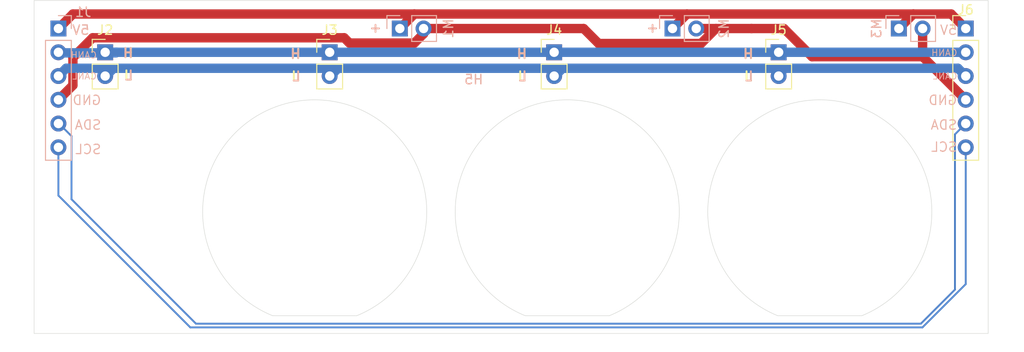
<source format=kicad_pcb>
(kicad_pcb (version 20241229) (generator "pcbnew") (generator_version "9.0")
  (layers (0 "F.Cu" signal) (2 "B.Cu" signal) (13 "F.Paste" user) (15 "B.Paste" user) (5 "F.SilkS" user "F.Silkscreen") (7 "B.SilkS" user "B.Silkscreen") (1 "F.Mask" user) (3 "B.Mask" user) (25 "Edge.Cuts" user))
  (net 0 "")
  (net 1 "CANH")
  (net 2 "CANL")
  (net 3 "SCL")
  (net 4 "SDA")
  (net 5 "GND")
  (net 6 "+5V")
  (footprint "Connector_PinHeader_2.54mm:PinHeader_1x02_P2.54mm_Vertical" (layer "F.Cu") (at 43.6 51.54)
    (property "Reference" "J2" (at 0 -2.38 0) (layer "F.SilkS"))
    (property "Value" "Conn_01x02_Pin")
    (fp_line (start -1.38 -1.38) (end 0 -1.38) (stroke (width 0.12)) (layer "F.SilkS"))
    (fp_line (start -1.38 0) (end -1.38 -1.38) (stroke (width 0.12)) (layer "F.SilkS"))
    (fp_line (start -1.38 1.27) (end -1.38 3.92) (stroke (width 0.12)) (layer "F.SilkS"))
    (fp_line (start -1.38 1.27) (end 1.38 1.27) (stroke (width 0.12)) (layer "F.SilkS"))
    (fp_line (start -1.38 3.92) (end 1.38 3.92) (stroke (width 0.12)) (layer "F.SilkS"))
    (fp_line (start 1.38 1.27) (end 1.38 3.92) (stroke (width 0.12)) (layer "F.SilkS"))
    (pad "1" thru_hole rect (at 0 0) (size 1.7 1.7) (drill 1) (layers "*.Cu" "*.Mask") (net 1 "CANH"))
    (pad "2" thru_hole circle (at 0 2.54) (size 1.7 1.7) (drill 1) (layers "*.Cu" "*.Mask") (net 2 "CANL"))
  )
  (footprint "Connector_PinHeader_2.54mm:PinHeader_1x06_P2.54mm_Vertical" (layer "F.Cu") (at 135.6 49)
    (property "Reference" "J6" (at 0 -2 0) (layer "F.SilkS"))
    (property "Value" "Conn_01x06_Pin")
    (fp_line (start -1.38 -1.38) (end 0 -1.38) (stroke (width 0.12)) (layer "F.SilkS"))
    (fp_line (start -1.38 0) (end -1.38 -1.38) (stroke (width 0.12)) (layer "F.SilkS"))
    (fp_line (start -1.38 1.27) (end -1.38 14.08) (stroke (width 0.12)) (layer "F.SilkS"))
    (fp_line (start -1.38 1.27) (end 1.38 1.27) (stroke (width 0.12)) (layer "F.SilkS"))
    (fp_line (start -1.38 14.08) (end 1.38 14.08) (stroke (width 0.12)) (layer "F.SilkS"))
    (fp_line (start 1.38 1.27) (end 1.38 14.08) (stroke (width 0.12)) (layer "F.SilkS"))
    (pad "1" thru_hole rect (at 0 0) (size 1.7 1.7) (drill 1) (layers "*.Cu" "*.Mask") (net 6 "+5V"))
    (pad "2" thru_hole circle (at 0 2.54) (size 1.7 1.7) (drill 1) (layers "*.Cu" "*.Mask") (net 1 "CANH"))
    (pad "3" thru_hole circle (at 0 5.08) (size 1.7 1.7) (drill 1) (layers "*.Cu" "*.Mask") (net 2 "CANL"))
    (pad "4" thru_hole circle (at 0 7.62) (size 1.7 1.7) (drill 1) (layers "*.Cu" "*.Mask") (net 5 "GND"))
    (pad "5" thru_hole circle (at 0 10.16) (size 1.7 1.7) (drill 1) (layers "*.Cu" "*.Mask") (net 4 "SDA"))
    (pad "6" thru_hole circle (at 0 12.7) (size 1.7 1.7) (drill 1) (layers "*.Cu" "*.Mask") (net 3 "SCL"))
  )
  (footprint "Connector_PinHeader_2.54mm:PinHeader_1x02_P2.54mm_Vertical" (layer "F.Cu") (at 67.6 51.54)
    (property "Reference" "J3" (at 0 -2.38 0) (layer "F.SilkS"))
    (property "Value" "Conn_01x02_Pin")
    (fp_line (start -1.38 -1.38) (end 0 -1.38) (stroke (width 0.12)) (layer "F.SilkS"))
    (fp_line (start -1.38 0) (end -1.38 -1.38) (stroke (width 0.12)) (layer "F.SilkS"))
    (fp_line (start -1.38 1.27) (end -1.38 3.92) (stroke (width 0.12)) (layer "F.SilkS"))
    (fp_line (start -1.38 1.27) (end 1.38 1.27) (stroke (width 0.12)) (layer "F.SilkS"))
    (fp_line (start -1.38 3.92) (end 1.38 3.92) (stroke (width 0.12)) (layer "F.SilkS"))
    (fp_line (start 1.38 1.27) (end 1.38 3.92) (stroke (width 0.12)) (layer "F.SilkS"))
    (pad "1" thru_hole rect (at 0 0) (size 1.7 1.7) (drill 1) (layers "*.Cu" "*.Mask") (net 1 "CANH"))
    (pad "2" thru_hole circle (at 0 2.54) (size 1.7 1.7) (drill 1) (layers "*.Cu" "*.Mask") (net 2 "CANL"))
  )
  (footprint "Connector_PinHeader_2.54mm:PinHeader_1x02_P2.54mm_Vertical" (layer "F.Cu") (at 115.6 51.54)
    (property "Reference" "J5" (at 0 -2.38 0) (layer "F.SilkS"))
    (property "Value" "Conn_01x02_Pin")
    (fp_line (start -1.38 -1.38) (end 0 -1.38) (stroke (width 0.12)) (layer "F.SilkS"))
    (fp_line (start -1.38 0) (end -1.38 -1.38) (stroke (width 0.12)) (layer "F.SilkS"))
    (fp_line (start -1.38 1.27) (end -1.38 3.92) (stroke (width 0.12)) (layer "F.SilkS"))
    (fp_line (start -1.38 1.27) (end 1.38 1.27) (stroke (width 0.12)) (layer "F.SilkS"))
    (fp_line (start -1.38 3.92) (end 1.38 3.92) (stroke (width 0.12)) (layer "F.SilkS"))
    (fp_line (start 1.38 1.27) (end 1.38 3.92) (stroke (width 0.12)) (layer "F.SilkS"))
    (pad "1" thru_hole rect (at 0 0) (size 1.7 1.7) (drill 1) (layers "*.Cu" "*.Mask") (net 1 "CANH"))
    (pad "2" thru_hole circle (at 0 2.54) (size 1.7 1.7) (drill 1) (layers "*.Cu" "*.Mask") (net 2 "CANL"))
  )
  (footprint "Connector_PinHeader_2.54mm:PinHeader_1x02_P2.54mm_Vertical" (layer "F.Cu") (at 91.6 51.54)
    (property "Reference" "J4" (at 0 -2.38 0) (layer "F.SilkS"))
    (property "Value" "Conn_01x02_Pin")
    (fp_line (start -1.38 -1.38) (end 0 -1.38) (stroke (width 0.12)) (layer "F.SilkS"))
    (fp_line (start -1.38 0) (end -1.38 -1.38) (stroke (width 0.12)) (layer "F.SilkS"))
    (fp_line (start -1.38 1.27) (end -1.38 3.92) (stroke (width 0.12)) (layer "F.SilkS"))
    (fp_line (start -1.38 1.27) (end 1.38 1.27) (stroke (width 0.12)) (layer "F.SilkS"))
    (fp_line (start -1.38 3.92) (end 1.38 3.92) (stroke (width 0.12)) (layer "F.SilkS"))
    (fp_line (start 1.38 1.27) (end 1.38 3.92) (stroke (width 0.12)) (layer "F.SilkS"))
    (pad "1" thru_hole rect (at 0 0) (size 1.7 1.7) (drill 1) (layers "*.Cu" "*.Mask") (net 1 "CANH"))
    (pad "2" thru_hole circle (at 0 2.54) (size 1.7 1.7) (drill 1) (layers "*.Cu" "*.Mask") (net 2 "CANL"))
  )
  (footprint "MountingHole:MountingHole_3.2mm_M3" (layer "B.Cu") (at 76 58.6 180)
    (property "Reference" "H3" (hide yes))
    (property "Value" "MountingHole")
    (pad "" np_thru_hole circle (at 0 0 180) (size 3.2 3.2) (drill 3.2) (layers "*.Cu" "*.Mask"))
  )
  (footprint "Connector_PinHeader_2.54mm:PinHeader_1x02_P2.54mm_Vertical" (layer "B.Cu") (at 75.1 49 -90)
    (property "Reference" "M1" (at 0 -5.2 90) (layer "B.SilkS") (effects (justify mirror)))
    (property "Value" "Fan")
    (fp_line (start -1.38 1.38) (end 0 1.38) (stroke (width 0.12)) (layer "B.SilkS"))
    (fp_line (start -1.38 0) (end -1.38 1.38) (stroke (width 0.12)) (layer "B.SilkS"))
    (fp_line (start -1.38 -1.27) (end 1.38 -1.27) (stroke (width 0.12)) (layer "B.SilkS"))
    (fp_line (start -1.38 -1.27) (end -1.38 -3.92) (stroke (width 0.12)) (layer "B.SilkS"))
    (fp_line (start 1.38 -1.27) (end 1.38 -3.92) (stroke (width 0.12)) (layer "B.SilkS"))
    (fp_line (start -1.38 -3.92) (end 1.38 -3.92) (stroke (width 0.12)) (layer "B.SilkS"))
    (pad "1" thru_hole rect (at 0 0 270) (size 1.7 1.7) (drill 1) (layers "*.Cu" "*.Mask") (net 6 "+5V"))
    (pad "2" thru_hole circle (at 0 -2.54 270) (size 1.7 1.7) (drill 1) (layers "*.Cu" "*.Mask") (net 5 "GND"))
  )
  (footprint "MountingHole:MountingHole_3.2mm_M3" (layer "B.Cu") (at 76 78.6 180)
    (property "Reference" "H4" (hide yes))
    (property "Value" "MountingHole")
    (pad "" np_thru_hole circle (at 0 0 180) (size 3.2 3.2) (drill 3.2) (layers "*.Cu" "*.Mask"))
  )
  (footprint "MountingHole:MountingHole_3.2mm_M3" (layer "B.Cu") (at 83 78.6 180)
    (property "Reference" "H6" (hide yes))
    (property "Value" "MountingHole")
    (pad "" np_thru_hole circle (at 0 0 180) (size 3.2 3.2) (drill 3.2) (layers "*.Cu" "*.Mask"))
  )
  (footprint "Connector_PinHeader_2.54mm:PinHeader_1x02_P2.54mm_Vertical" (layer "B.Cu") (at 128.45 49 -90)
    (property "Reference" "M3" (at 0 2.38 90) (layer "B.SilkS") (effects (justify mirror)))
    (property "Value" "Fan")
    (fp_line (start -1.38 1.38) (end 0 1.38) (stroke (width 0.12)) (layer "B.SilkS"))
    (fp_line (start -1.38 0) (end -1.38 1.38) (stroke (width 0.12)) (layer "B.SilkS"))
    (fp_line (start -1.38 -1.27) (end 1.38 -1.27) (stroke (width 0.12)) (layer "B.SilkS"))
    (fp_line (start -1.38 -1.27) (end -1.38 -3.92) (stroke (width 0.12)) (layer "B.SilkS"))
    (fp_line (start 1.38 -1.27) (end 1.38 -3.92) (stroke (width 0.12)) (layer "B.SilkS"))
    (fp_line (start -1.38 -3.92) (end 1.38 -3.92) (stroke (width 0.12)) (layer "B.SilkS"))
    (pad "1" thru_hole rect (at 0 0 270) (size 1.7 1.7) (drill 1) (layers "*.Cu" "*.Mask") (net 6 "+5V"))
    (pad "2" thru_hole circle (at 0 -2.54 270) (size 1.7 1.7) (drill 1) (layers "*.Cu" "*.Mask") (net 5 "GND"))
  )
  (footprint "MountingHole:MountingHole_3.2mm_M3" (layer "B.Cu") (at 130 78.6 180)
    (property "Reference" "H12" (hide yes))
    (property "Value" "MountingHole")
    (pad "" np_thru_hole circle (at 0 0 180) (size 3.2 3.2) (drill 3.2) (layers "*.Cu" "*.Mask"))
  )
  (footprint "MountingHole:MountingHole_3.2mm_M3" (layer "B.Cu") (at 103 78.6 180)
    (property "Reference" "H8" (hide yes))
    (property "Value" "MountingHole")
    (pad "" np_thru_hole circle (at 0 0 180) (size 3.2 3.2) (drill 3.2) (layers "*.Cu" "*.Mask"))
  )
  (footprint "MountingHole:MountingHole_3.2mm_M3" (layer "B.Cu") (at 56 78.6 180)
    (property "Reference" "H2" (hide yes))
    (property "Value" "MountingHole")
    (pad "" np_thru_hole circle (at 0 0 180) (size 3.2 3.2) (drill 3.2) (layers "*.Cu" "*.Mask"))
  )
  (footprint "MountingHole:MountingHole_3.2mm_M3" (layer "B.Cu") (at 110 78.6 180)
    (property "Reference" "H10" (hide yes))
    (property "Value" "MountingHole")
    (pad "" np_thru_hole circle (at 0 0 180) (size 3.2 3.2) (drill 3.2) (layers "*.Cu" "*.Mask"))
  )
  (footprint "MountingHole:MountingHole_3.2mm_M3" (layer "B.Cu") (at 110 58.6 180)
    (property "Reference" "H9" (hide yes))
    (property "Value" "MountingHole")
    (pad "" np_thru_hole circle (at 0 0 180) (size 3.2 3.2) (drill 3.2) (layers "*.Cu" "*.Mask"))
  )
  (footprint "MountingHole:MountingHole_3.2mm_M3" (layer "B.Cu") (at 103 58.6 180)
    (property "Reference" "H7" (hide yes))
    (property "Value" "MountingHole")
    (pad "" np_thru_hole circle (at 0 0 180) (size 3.2 3.2) (drill 3.2) (layers "*.Cu" "*.Mask"))
  )
  (footprint "MountingHole:MountingHole_3.2mm_M3" (layer "B.Cu") (at 83 58.6 180)
    (property "Reference" "H5" (at 0 4.15 0) (layer "B.SilkS") (effects (justify mirror)))
    (property "Value" "MountingHole")
    (pad "" np_thru_hole circle (at 0 0 180) (size 3.2 3.2) (drill 3.2) (layers "*.Cu" "*.Mask"))
  )
  (footprint "Connector_PinHeader_2.54mm:PinHeader_1x02_P2.54mm_Vertical" (layer "B.Cu") (at 104.25 49 -90)
    (property "Reference" "M2" (at 0 -5.5 90) (layer "B.SilkS") (effects (justify mirror)))
    (property "Value" "Fan")
    (fp_line (start -1.38 1.38) (end 0 1.38) (stroke (width 0.12)) (layer "B.SilkS"))
    (fp_line (start -1.38 0) (end -1.38 1.38) (stroke (width 0.12)) (layer "B.SilkS"))
    (fp_line (start -1.38 -1.27) (end 1.38 -1.27) (stroke (width 0.12)) (layer "B.SilkS"))
    (fp_line (start -1.38 -1.27) (end -1.38 -3.92) (stroke (width 0.12)) (layer "B.SilkS"))
    (fp_line (start 1.38 -1.27) (end 1.38 -3.92) (stroke (width 0.12)) (layer "B.SilkS"))
    (fp_line (start -1.38 -3.92) (end 1.38 -3.92) (stroke (width 0.12)) (layer "B.SilkS"))
    (pad "1" thru_hole rect (at 0 0 270) (size 1.7 1.7) (drill 1) (layers "*.Cu" "*.Mask") (net 6 "+5V"))
    (pad "2" thru_hole circle (at 0 -2.54 270) (size 1.7 1.7) (drill 1) (layers "*.Cu" "*.Mask") (net 5 "GND"))
  )
  (footprint "MountingHole:MountingHole_3.2mm_M3" (layer "B.Cu") (at 130 58.6 180)
    (property "Reference" "H11" (hide yes))
    (property "Value" "MountingHole")
    (pad "" np_thru_hole circle (at 0 0 180) (size 3.2 3.2) (drill 3.2) (layers "*.Cu" "*.Mask"))
  )
  (footprint "MountingHole:MountingHole_3.2mm_M3" (layer "B.Cu") (at 56 58.6 180)
    (property "Reference" "H1" (hide yes))
    (property "Value" "MountingHole")
    (pad "" np_thru_hole circle (at 0 0 180) (size 3.2 3.2) (drill 3.2) (layers "*.Cu" "*.Mask"))
  )
  (footprint "Connector_PinHeader_2.54mm:PinHeader_1x06_P2.54mm_Vertical" (layer "B.Cu") (at 38.6 49 180)
    (property "Reference" "J1" (at -2.65 1.75 0) (layer "B.SilkS") (effects (justify mirror)))
    (property "Value" "Conn_01x06_Pin")
    (fp_line (start 1.38 -1.27) (end 1.38 -14.08) (stroke (width 0.12)) (layer "B.SilkS"))
    (fp_line (start -1.38 1.38) (end 0 1.38) (stroke (width 0.12)) (layer "B.SilkS"))
    (fp_line (start -1.38 0) (end -1.38 1.38) (stroke (width 0.12)) (layer "B.SilkS"))
    (fp_line (start -1.38 -1.27) (end 1.38 -1.27) (stroke (width 0.12)) (layer "B.SilkS"))
    (fp_line (start -1.38 -1.27) (end -1.38 -14.08) (stroke (width 0.12)) (layer "B.SilkS"))
    (fp_line (start -1.38 -14.08) (end 1.38 -14.08) (stroke (width 0.12)) (layer "B.SilkS"))
    (pad "1" thru_hole rect (at 0 0 180) (size 1.7 1.7) (drill 1) (layers "*.Cu" "*.Mask") (net 6 "+5V"))
    (pad "2" thru_hole circle (at 0 -2.54 180) (size 1.7 1.7) (drill 1) (layers "*.Cu" "*.Mask") (net 1 "CANH"))
    (pad "3" thru_hole circle (at 0 -5.08 180) (size 1.7 1.7) (drill 1) (layers "*.Cu" "*.Mask") (net 2 "CANL"))
    (pad "4" thru_hole circle (at 0 -7.62 180) (size 1.7 1.7) (drill 1) (layers "*.Cu" "*.Mask") (net 5 "GND"))
    (pad "5" thru_hole circle (at 0 -10.16 180) (size 1.7 1.7) (drill 1) (layers "*.Cu" "*.Mask") (net 4 "SDA"))
    (pad "6" thru_hole circle (at 0 -12.7 180) (size 1.7 1.7) (drill 1) (layers "*.Cu" "*.Mask") (net 3 "SCL"))
  )
  (gr_arc (start 88.5 79.7) (mid 92.999999 56.622521) (end 97.500002 79.699999) (stroke (width 0.05)) (layer "Edge.Cuts"))
  (gr_line (start 124.5 79.699999) (end 115.5 79.699999) (stroke (width 0.05)) (layer "Edge.Cuts"))
  (gr_arc (start 115.5 79.7) (mid 119.999999 56.622521) (end 124.500002 79.699999) (stroke (width 0.05)) (layer "Edge.Cuts"))
  (gr_line (start 70.5 79.699999) (end 61.5 79.699999) (stroke (width 0.05)) (layer "Edge.Cuts"))
  (gr_rect (start 36 46) (end 138 81.6) (stroke (width 0.05)) (fill no) (layer "Edge.Cuts"))
  (gr_arc (start 61.5 79.7) (mid 65.999999 56.622521) (end 70.500002 79.699999) (stroke (width 0.05)) (layer "Edge.Cuts"))
  (gr_line (start 97.5 79.7) (end 88.5 79.7) (stroke (width 0.05)) (layer "Edge.Cuts"))
  (gr_text "H" (at 111.7 52.3 0) (layer "F.SilkS") (effects (font (size 1 1) (thickness 0.2) (bold yes)) (justify left bottom)))
  (gr_text "L" (at 111.8 54.7 0) (layer "F.SilkS") (effects (font (size 1 1) (thickness 0.2) (bold yes)) (justify left bottom)))
  (gr_text "L" (at 87.6 54.7 0) (layer "F.SilkS") (effects (font (size 1 1) (thickness 0.2) (bold yes)) (justify left bottom)))
  (gr_text "L" (at 45.5 54.6 0) (layer "F.SilkS") (effects (font (size 1 1) (thickness 0.2) (bold yes)) (justify left bottom)))
  (gr_text "H" (at 87.5 52.3 0) (layer "F.SilkS") (effects (font (size 1 1) (thickness 0.2) (bold yes)) (justify left bottom)))
  (gr_text "H" (at 45.4 52.2 0) (layer "F.SilkS") (effects (font (size 1 1) (thickness 0.2) (bold yes)) (justify left bottom)))
  (gr_text "H" (at 63.3 52.3 0) (layer "F.SilkS") (effects (font (size 1 1) (thickness 0.2) (bold yes)) (justify left bottom)))
  (gr_text "L" (at 63.4 54.7 0) (layer "F.SilkS") (effects (font (size 1 1) (thickness 0.2) (bold yes)) (justify left bottom)))
  (gr_text "SDA\n\n" (at 134.75 61.5 0) (layer "B.SilkS") (effects (font (size 1 1) (thickness 0.125)) (justify left bottom mirror)))
  (gr_text "5V" (at 42 49.75 0) (layer "B.SilkS") (effects (font (size 1 1)) (justify left bottom mirror)))
  (gr_text "H" (at 88.8 52.3 0) (layer "B.SilkS") (effects (font (size 1 1) (thickness 0.2) (bold yes)) (justify left bottom mirror)))
  (gr_text "L" (at 88.8 54.7 0) (layer "B.SilkS") (effects (font (size 1 1) (thickness 0.2) (bold yes)) (justify left bottom mirror)))
  (gr_text "SDA\n\n" (at 43.25 61.5 0) (layer "B.SilkS") (effects (font (size 1 1) (thickness 0.125)) (justify left bottom mirror)))
  (gr_text "CANL" (at 134.75 54.5 0) (layer "B.SilkS") (effects (font (size 0.7 0.7) (thickness 0.0875)) (justify left bottom mirror)))
  (gr_text "SCL" (at 43.25 62.5 0) (layer "B.SilkS") (effects (font (size 1 1) (thickness 0.125)) (justify left bottom mirror)))
  (gr_text "CANH" (at 134.75 52 0) (layer "B.SilkS") (effects (font (size 0.7 0.7) (thickness 0.0875)) (justify left bottom mirror)))
  (gr_text "CANH" (at 42.75 52.25 0) (layer "B.SilkS") (effects (font (size 0.7 0.7) (thickness 0.0875)) (justify left bottom mirror)))
  (gr_text "L" (at 46.7 54.6 0) (layer "B.SilkS") (effects (font (size 1 1) (thickness 0.2) (bold yes)) (justify left bottom mirror)))
  (gr_text "H" (at 113 52.3 0) (layer "B.SilkS") (effects (font (size 1 1) (thickness 0.2) (bold yes)) (justify left bottom mirror)))
  (gr_text "CANL" (at 42.75 54.5 0) (layer "B.SilkS") (effects (font (size 0.7 0.7) (thickness 0.0875)) (justify left bottom mirror)))
  (gr_text "H" (at 64.6 52.3 0) (layer "B.SilkS") (effects (font (size 1 1) (thickness 0.2) (bold yes)) (justify left bottom mirror)))
  (gr_text "5V" (at 134.75 49.75 0) (layer "B.SilkS") (effects (font (size 1 1) (thickness 0.125)) (justify left bottom mirror)))
  (gr_text "+" (at 73.25 49.5 0) (layer "B.SilkS") (effects (font (size 1 1) (thickness 0.2) (bold yes)) (justify left bottom mirror)))
  (gr_text "SCL" (at 134.75 62.25 0) (layer "B.SilkS") (effects (font (size 1 1) (thickness 0.125)) (justify left bottom mirror)))
  (gr_text "L" (at 113 54.7 0) (layer "B.SilkS") (effects (font (size 1 1) (thickness 0.2) (bold yes)) (justify left bottom mirror)))
  (gr_text "+" (at 102.87 49.5 0) (layer "B.SilkS") (effects (font (size 1 1) (thickness 0.2) (bold yes)) (justify left bottom mirror)))
  (gr_text "L" (at 64.6 54.7 0) (layer "B.SilkS") (effects (font (size 1 1) (thickness 0.2) (bold yes)) (justify left bottom mirror)))
  (gr_text "GND" (at 134.75 57.25 0) (layer "B.SilkS") (effects (font (size 1 1) (thickness 0.125)) (justify left bottom mirror)))
  (gr_text "GND" (at 43.25 57.25 0) (layer "B.SilkS") (effects (font (size 1 1) (thickness 0.125)) (justify left bottom mirror)))
  (gr_text "H" (at 46.7 52.2 0) (layer "B.SilkS") (effects (font (size 1 1) (thickness 0.2) (bold yes)) (justify left bottom mirror)))
  (segment (start 38.66 51.6) (end 38.6 51.54) (width 1) (layer "B.Cu") (net 1))
  (segment (start 44.74 51.6) (end 38.66 51.6) (width 1) (layer "B.Cu") (net 1))
  (segment (start 44.8 51.54) (end 135.6 51.54) (width 1) (layer "B.Cu") (net 1))
  (segment (start 43 51.54) (end 44.8 51.54) (width 1) (layer "B.Cu") (net 1))
  (segment (start 44.8 51.54) (end 44.74 51.6) (width 1) (layer "B.Cu") (net 1))
  (segment (start 44.5 53.25) (end 39.43 53.25) (width 1) (layer "B.Cu") (net 2))
  (segment (start 67.6 54.08) (end 67.67 54.08) (width 1) (layer "B.Cu") (net 2))
  (segment (start 134.77 53.25) (end 116.25 53.25) (width 1) (layer "B.Cu") (net 2))
  (segment (start 115.6 53.9) (end 116.25 53.25) (width 1) (layer "B.Cu") (net 2))
  (segment (start 92.5 53.25) (end 68.5 53.25) (width 1) (layer "B.Cu") (net 2))
  (segment (start 68.5 53.25) (end 44.5 53.25) (width 1) (layer "B.Cu") (net 2))
  (segment (start 43.67 54.08) (end 44.5 53.25) (width 1) (layer "B.Cu") (net 2))
  (segment (start 91.67 54.08) (end 92.5 53.25) (width 1) (layer "B.Cu") (net 2))
  (segment (start 91.6 54.08) (end 91.67 54.08) (width 1) (layer "B.Cu") (net 2))
  (segment (start 43.6 54.08) (end 43.67 54.08) (width 1) (layer "B.Cu") (net 2))
  (segment (start 39.43 53.25) (end 38.6 54.08) (width 1) (layer "B.Cu") (net 2))
  (segment (start 135.6 54.08) (end 134.77 53.25) (width 1) (layer "B.Cu") (net 2))
  (segment (start 115.6 54.08) (end 115.6 53.9) (width 1) (layer "B.Cu") (net 2))
  (segment (start 67.67 54.08) (end 68.5 53.25) (width 1) (layer "B.Cu") (net 2))
  (segment (start 116.25 53.25) (end 92.5 53.25) (width 1) (layer "B.Cu") (net 2))
  (segment (start 38.6 66.85) (end 38.6 61.7) (width 0.2) (layer "B.Cu") (net 3))
  (segment (start 135.6 61.7) (end 135.6 76.326231) (width 0.2) (layer "B.Cu") (net 3))
  (segment (start 135.6 76.326231) (end 130.974231 80.952) (width 0.2) (layer "B.Cu") (net 3))
  (segment (start 52.702 80.952) (end 38.6 66.85) (width 0.2) (layer "B.Cu") (net 3))
  (segment (start 130.974231 80.952) (end 52.702 80.952) (width 0.2) (layer "B.Cu") (net 3))
  (segment (start 38.6 59.16) (end 38.66 59.16) (width 0.2) (layer "B.Cu") (net 4))
  (segment (start 40 60.5) (end 40 67.25) (width 0.2) (layer "B.Cu") (net 4))
  (segment (start 134.449 76.910131) (end 134.449 60.311) (width 0.2) (layer "B.Cu") (net 4))
  (segment (start 134.449 60.311) (end 135.6 59.16) (width 0.2) (layer "B.Cu") (net 4))
  (segment (start 130.808131 80.551) (end 134.449 76.910131) (width 0.2) (layer "B.Cu") (net 4))
  (segment (start 40 67.25) (end 53.301 80.551) (width 0.2) (layer "B.Cu") (net 4))
  (segment (start 53.301 80.551) (end 130.808131 80.551) (width 0.2) (layer "B.Cu") (net 4))
  (segment (start 38.66 59.16) (end 40 60.5) (width 0.2) (layer "B.Cu") (net 4))
  (segment (start 112.7 49) (end 106.79 49) (width 1) (layer "F.Cu") (net 5))
  (segment (start 77.64 49) (end 77.64 49.562) (width 1) (layer "F.Cu") (net 5))
  (segment (start 107.3 50.6) (end 96.35 50.6) (width 1) (layer "F.Cu") (net 5))
  (segment (start 77.64 49.562) (end 76.651 50.551) (width 1) (layer "F.Cu") (net 5))
  (segment (start 76.651 50.551) (end 69.713 50.551) (width 1) (layer "F.Cu") (net 5))
  (segment (start 116.162 49) (end 112.7 49) (width 1) (layer "F.Cu") (net 5))
  (segment (start 94.75 49) (end 77.64 49) (width 1) (layer "F.Cu") (net 5))
  (segment (start 119.172 52.01) (end 116.162 49) (width 1) (layer "F.Cu") (net 5))
  (segment (start 135.6 56.62) (end 130.99 52.01) (width 1) (layer "F.Cu") (net 5))
  (segment (start 108.9 49) (end 107.3 50.6) (width 1) (layer "F.Cu") (net 5))
  (segment (start 130.99 52.01) (end 119.172 52.01) (width 1) (layer "F.Cu") (net 5))
  (segment (start 42.261 49.989) (end 40.151 52.099) (width 1) (layer "F.Cu") (net 5))
  (segment (start 69.151 49.989) (end 42.261 49.989) (width 1) (layer "F.Cu") (net 5))
  (segment (start 69.713 50.551) (end 69.151 49.989) (width 1) (layer "F.Cu") (net 5))
  (segment (start 96.35 50.6) (end 94.75 49) (width 1) (layer "F.Cu") (net 5))
  (segment (start 40.151 52.099) (end 40.151 55.069) (width 1) (layer "F.Cu") (net 5))
  (segment (start 130.99 52.01) (end 130.99 49) (width 1) (layer "F.Cu") (net 5))
  (segment (start 40.151 55.069) (end 38.6 56.62) (width 1) (layer "F.Cu") (net 5))
  (segment (start 76.651 47.449) (end 40.151 47.449) (width 1) (layer "F.Cu") (net 6))
  (segment (start 134.049 47.449) (end 130.001 47.449) (width 1) (layer "F.Cu") (net 6))
  (segment (start 130.001 47.449) (end 128.45 49) (width 1) (layer "F.Cu") (net 6))
  (segment (start 105.801 47.449) (end 104.25 49) (width 1) (layer "F.Cu") (net 6))
  (segment (start 105.801 47.449) (end 76.651 47.449) (width 1) (layer "F.Cu") (net 6))
  (segment (start 130.001 47.449) (end 105.801 47.449) (width 1) (layer "F.Cu") (net 6))
  (segment (start 40.151 47.449) (end 38.6 49) (width 1) (layer "F.Cu") (net 6))
  (segment (start 76.651 47.449) (end 75.1 49) (width 1) (layer "F.Cu") (net 6))
  (segment (start 135.6 49) (end 134.049 47.449) (width 1) (layer "F.Cu") (net 6))
)
</source>
